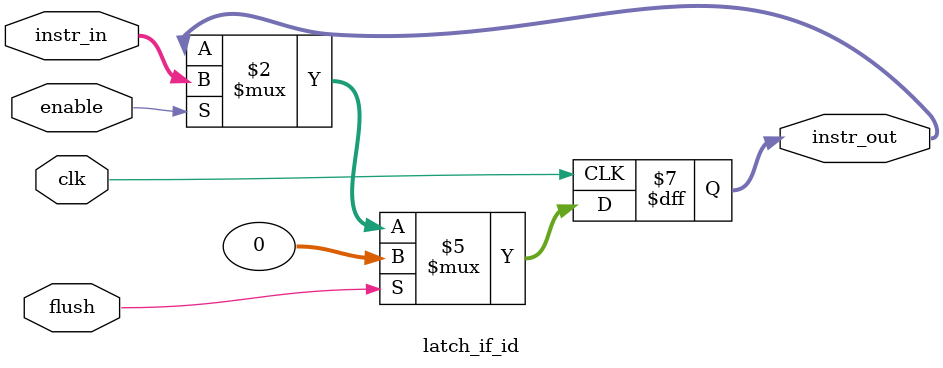
<source format=v>
module latch_if_id (
    input  wire        clk,
    input  wire        enable,
    input  wire        flush,
    input  wire [31:0] instr_in,
    output reg  [31:0] instr_out
);

    always @(posedge clk) begin
        if (flush)
            instr_out <= 32'b0;
        else if (enable)
            instr_out <= instr_in;
    end

endmodule

</source>
